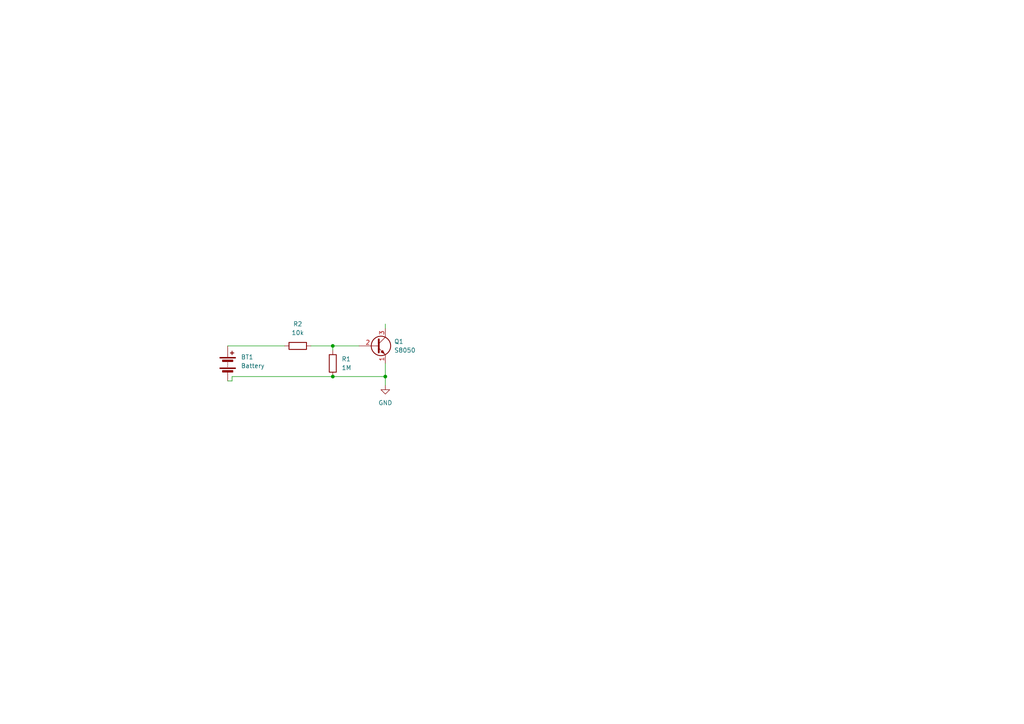
<source format=kicad_sch>
(kicad_sch (version 20230121) (generator eeschema)
  (paper "A4")
  (lib_symbols
    (symbol "Device:Battery" (pin_numbers hide) (pin_names (offset 0) hide)
      (property "Reference" "BT" (at 2.54 2.54 0))
      (property "Value" "Battery" (at 2.54 0 0))
      (symbol "Battery_0_1"
        (rectangle (start -2.286 -1.27) (end 2.286 -1.524) (fill (type outline)))
        (rectangle (start -2.286 1.778) (end 2.286 1.524) (fill (type outline)))
        (rectangle (start -1.524 -2.032) (end 1.524 -2.54) (fill (type outline)))
        (rectangle (start -1.524 1.016) (end 1.524 0.508) (fill (type outline)))
        (polyline (pts (xy 0 -1.016) (xy 0 -0.762)))
        (polyline (pts (xy 0 -0.508) (xy 0 -0.254)))
        (polyline (pts (xy 0 0) (xy 0 0.254)))
        (polyline (pts (xy 0 1.778) (xy 0 2.54)))
        (polyline (pts (xy 0.762 3.048) (xy 1.778 3.048)) (stroke (width 0.254)))
        (polyline (pts (xy 1.27 3.556) (xy 1.27 2.54)) (stroke (width 0.254)))
      )
      (symbol "Battery_1_1"
        (pin passive line (at 0 5.08 270) (length 2.54) (name "+") (number "1"))
        (pin passive line (at 0 -5.08 90) (length 2.54) (name "-") (number "2"))
      )
    )
    (symbol "Device:R" (pin_numbers hide) (pin_names (offset 0))
      (property "Reference" "R" (at 2.032 0 90))
      (property "Value" "R" (at 0 0 90))
      (symbol "R_0_1"
        (rectangle (start -1.016 -2.54) (end 1.016 2.54) (stroke (width 0.254)))
      )
      (symbol "R_1_1"
        (pin passive line (at 0 3.81 270) (length 1.27) (name "~") (number "1"))
        (pin passive line (at 0 -3.81 90) (length 1.27) (name "~") (number "2"))
      )
    )
    (symbol "Transistor_BJT:S8050" (pin_names (offset 0) hide)
      (property "Reference" "Q" (at 5.08 1.905 0))
      (property "Value" "S8050" (at 5.08 0 0))
      (symbol "S8050_0_1"
        (polyline (pts (xy 0 0) (xy 0.635 0)))
        (polyline (pts (xy 0.635 0.635) (xy 2.54 2.54)))
        (polyline (pts (xy 0.635 -0.635) (xy 2.54 -2.54) (xy 2.54 -2.54)))
        (polyline (pts (xy 0.635 1.905) (xy 0.635 -1.905) (xy 0.635 -1.905)) (stroke (width 0.508)))
        (polyline (pts (xy 1.27 -1.778) (xy 1.778 -1.27) (xy 2.286 -2.286) (xy 1.27 -1.778) (xy 1.27 -1.778)) (fill (type outline)))
        (circle (center 1.27 0) (radius 2.8194) (stroke (width 0.254)))
      )
      (symbol "S8050_1_1"
        (pin passive line (at 2.54 -5.08 90) (length 2.54) (name "E") (number "1"))
        (pin input line (at -5.08 0 0) (length 5.08) (name "B") (number "2"))
        (pin passive line (at 2.54 5.08 270) (length 2.54) (name "C") (number "3"))
      )
    )
    (symbol "power:GND" (power) (pin_names (offset 0))
      (property "Value" "GND" (at 0 -3.81 0))
      (symbol "GND_0_1"
        (polyline (pts (xy 0 0) (xy 0 -1.27) (xy 1.27 -1.27) (xy 0 -2.54) (xy -1.27 -1.27) (xy 0 -1.27)))
      )
      (symbol "GND_1_1"
        (pin power_in line (at 0 0 270) (length 0) hide (name "GND") (number "1"))
      )
    )
  )
  (junction (at 111.76 109.22))
  (junction (at 96.52 100.33))
  (junction (at 96.52 109.22))
  (wire (pts (xy 96.52 100.33) (xy 96.52 101.6)))
  (wire (pts (xy 111.76 109.22) (xy 111.76 105.41)))
  (wire (pts (xy 66.04 100.33) (xy 82.55 100.33)))
  (wire (pts (xy 111.76 93.98) (xy 111.76 95.25)))
  (wire (pts (xy 66.04 110.49) (xy 67.31 110.49)))
  (wire (pts (xy 67.31 110.49) (xy 67.31 109.22)))
  (wire (pts (xy 90.17 100.33) (xy 96.52 100.33)))
  (wire (pts (xy 96.52 109.22) (xy 111.76 109.22)))
  (wire (pts (xy 96.52 100.33) (xy 104.14 100.33)))
  (wire (pts (xy 111.76 109.22) (xy 111.76 111.76)))
  (wire (pts (xy 67.31 109.22) (xy 96.52 109.22)))
  (symbol (lib_id "Transistor_BJT:S8050") (at 109.22 100.33 0) (unit 1)
    (property "Reference" "Q1" (at 114.3 99.06 0) (effects (justify left)))
    (property "Value" "S8050" (at 114.3 101.6 0) (effects (justify left)))
    (property "Footprint" "Package_TO_SOT_THT:TO-92_Inline" (effects hide))
    (property "Datasheet" "http://www.unisonic.com.tw/datasheet/S8050.pdf" (effects hide))
  )
  (symbol (lib_id "power:GND") (at 111.76 111.76 0) (unit 1)
    (property "Reference" "#PWR01" (effects hide))
    (property "Value" "GND" (at 111.76 116.84 0))
  )
  (symbol (lib_id "Device:Battery") (at 66.04 105.41 0) (unit 1)
    (property "Reference" "BT1" (at 69.85 103.5685 0) (effects (justify left)))
    (property "Value" "Battery" (at 69.85 106.1085 0) (effects (justify left)))
  )
  (symbol (lib_id "Device:R") (at 96.52 105.41 0) (unit 1)
    (property "Reference" "R1" (at 99.06 104.14 0) (effects (justify left)))
    (property "Value" "1M" (at 99.06 106.68 0) (effects (justify left)))
  )
  (symbol (lib_id "Device:R") (at 86.36 100.33 90) (unit 1)
    (property "Reference" "R2" (at 86.36 93.98 90))
    (property "Value" "10k" (at 86.36 96.52 90))
  )
)
</source>
